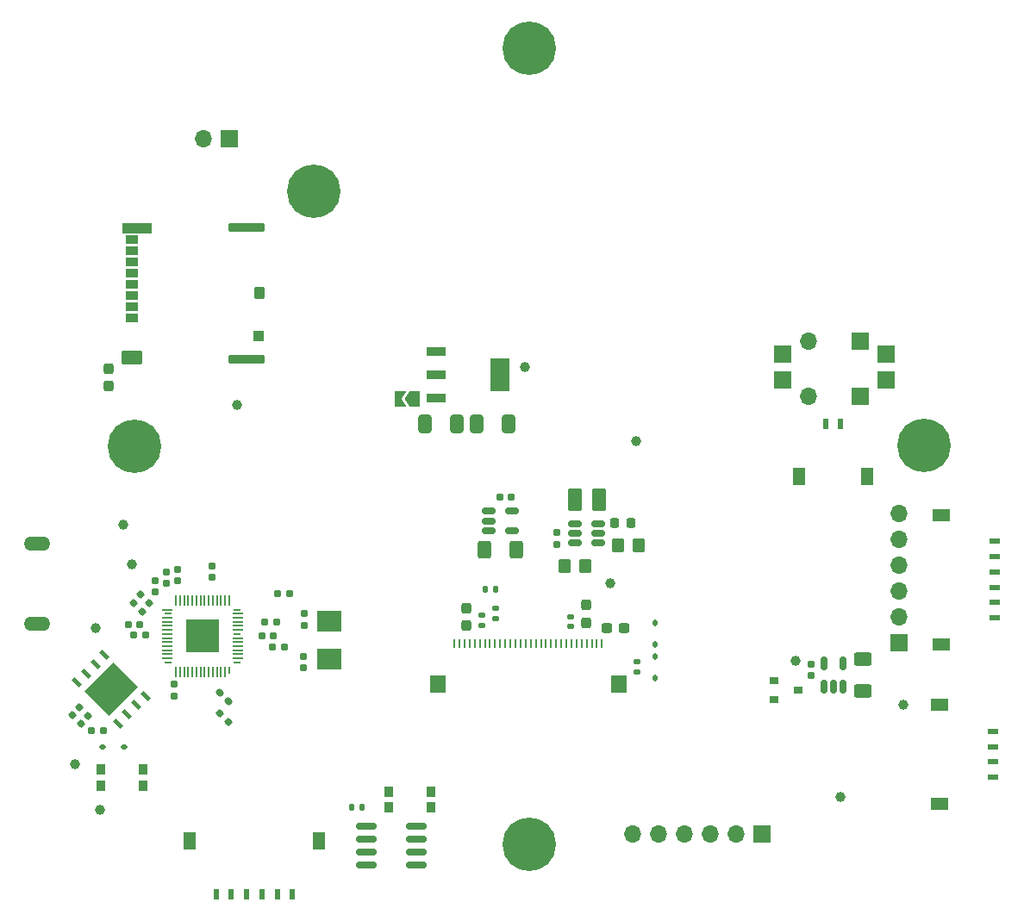
<source format=gbr>
%TF.GenerationSoftware,KiCad,Pcbnew,8.0.4*%
%TF.CreationDate,2024-11-21T13:14:58-05:00*%
%TF.ProjectId,payload_board,7061796c-6f61-4645-9f62-6f6172642e6b,0.7.4*%
%TF.SameCoordinates,Original*%
%TF.FileFunction,Soldermask,Top*%
%TF.FilePolarity,Negative*%
%FSLAX46Y46*%
G04 Gerber Fmt 4.6, Leading zero omitted, Abs format (unit mm)*
G04 Created by KiCad (PCBNEW 8.0.4) date 2024-11-21 13:14:58*
%MOMM*%
%LPD*%
G01*
G04 APERTURE LIST*
G04 Aperture macros list*
%AMRoundRect*
0 Rectangle with rounded corners*
0 $1 Rounding radius*
0 $2 $3 $4 $5 $6 $7 $8 $9 X,Y pos of 4 corners*
0 Add a 4 corners polygon primitive as box body*
4,1,4,$2,$3,$4,$5,$6,$7,$8,$9,$2,$3,0*
0 Add four circle primitives for the rounded corners*
1,1,$1+$1,$2,$3*
1,1,$1+$1,$4,$5*
1,1,$1+$1,$6,$7*
1,1,$1+$1,$8,$9*
0 Add four rect primitives between the rounded corners*
20,1,$1+$1,$2,$3,$4,$5,0*
20,1,$1+$1,$4,$5,$6,$7,0*
20,1,$1+$1,$6,$7,$8,$9,0*
20,1,$1+$1,$8,$9,$2,$3,0*%
%AMRotRect*
0 Rectangle, with rotation*
0 The origin of the aperture is its center*
0 $1 length*
0 $2 width*
0 $3 Rotation angle, in degrees counterclockwise*
0 Add horizontal line*
21,1,$1,$2,0,0,$3*%
%AMFreePoly0*
4,1,6,1.000000,0.000000,0.500000,-0.750000,-0.500000,-0.750000,-0.500000,0.750000,0.500000,0.750000,1.000000,0.000000,1.000000,0.000000,$1*%
%AMFreePoly1*
4,1,6,0.500000,-0.750000,-0.650000,-0.750000,-0.150000,0.000000,-0.650000,0.750000,0.500000,0.750000,0.500000,-0.750000,0.500000,-0.750000,$1*%
G04 Aperture macros list end*
%ADD10RoundRect,0.135000X0.185000X-0.135000X0.185000X0.135000X-0.185000X0.135000X-0.185000X-0.135000X0*%
%ADD11C,1.000000*%
%ADD12RoundRect,0.155000X0.212500X0.155000X-0.212500X0.155000X-0.212500X-0.155000X0.212500X-0.155000X0*%
%ADD13RoundRect,0.112500X-0.112500X0.187500X-0.112500X-0.187500X0.112500X-0.187500X0.112500X0.187500X0*%
%ADD14RoundRect,0.155000X-0.212500X-0.155000X0.212500X-0.155000X0.212500X0.155000X-0.212500X0.155000X0*%
%ADD15R,0.600000X1.000000*%
%ADD16R,1.250000X1.800000*%
%ADD17RoundRect,0.250000X0.400000X0.625000X-0.400000X0.625000X-0.400000X-0.625000X0.400000X-0.625000X0*%
%ADD18RoundRect,0.155000X-0.155000X0.212500X-0.155000X-0.212500X0.155000X-0.212500X0.155000X0.212500X0*%
%ADD19RoundRect,0.160000X-0.197500X-0.160000X0.197500X-0.160000X0.197500X0.160000X-0.197500X0.160000X0*%
%ADD20RoundRect,0.225000X0.225000X0.250000X-0.225000X0.250000X-0.225000X-0.250000X0.225000X-0.250000X0*%
%ADD21RoundRect,0.150000X0.150000X-0.512500X0.150000X0.512500X-0.150000X0.512500X-0.150000X-0.512500X0*%
%ADD22C,5.250000*%
%ADD23RoundRect,0.237500X0.237500X-0.300000X0.237500X0.300000X-0.237500X0.300000X-0.237500X-0.300000X0*%
%ADD24RoundRect,0.160000X0.252791X-0.026517X-0.026517X0.252791X-0.252791X0.026517X0.026517X-0.252791X0*%
%ADD25RoundRect,0.155000X0.155000X-0.212500X0.155000X0.212500X-0.155000X0.212500X-0.155000X-0.212500X0*%
%ADD26R,1.700000X1.700000*%
%ADD27O,1.700000X1.700000*%
%ADD28R,1.000000X0.600000*%
%ADD29R,1.800000X1.250000*%
%ADD30RoundRect,0.250000X0.350000X0.450000X-0.350000X0.450000X-0.350000X-0.450000X0.350000X-0.450000X0*%
%ADD31RoundRect,0.160000X-0.252791X0.026517X0.026517X-0.252791X0.252791X-0.026517X-0.026517X0.252791X0*%
%ADD32RoundRect,0.237500X0.300000X0.237500X-0.300000X0.237500X-0.300000X-0.237500X0.300000X-0.237500X0*%
%ADD33RoundRect,0.250000X0.625000X-0.400000X0.625000X0.400000X-0.625000X0.400000X-0.625000X-0.400000X0*%
%ADD34R,0.177800X1.002800*%
%ADD35R,0.188898X1.002800*%
%ADD36R,0.177800X0.752800*%
%ADD37R,0.752800X0.177800*%
%ADD38R,1.002800X0.177800*%
%ADD39R,1.002800X0.188900*%
%ADD40R,0.752800X0.188900*%
%ADD41R,0.188900X1.002800*%
%ADD42R,0.752800X0.177796*%
%ADD43R,3.200400X3.200400*%
%ADD44FreePoly0,180.000000*%
%ADD45FreePoly1,180.000000*%
%ADD46RoundRect,0.140000X-0.170000X0.140000X-0.170000X-0.140000X0.170000X-0.140000X0.170000X0.140000X0*%
%ADD47RoundRect,0.160000X0.160000X-0.197500X0.160000X0.197500X-0.160000X0.197500X-0.160000X-0.197500X0*%
%ADD48R,0.900000X0.800000*%
%ADD49RoundRect,0.112500X0.362392X-0.203293X-0.203293X0.362392X-0.362392X0.203293X0.203293X-0.362392X0*%
%ADD50RotRect,3.400000X4.000000X135.000000*%
%ADD51RoundRect,0.250000X0.412500X0.650000X-0.412500X0.650000X-0.412500X-0.650000X0.412500X-0.650000X0*%
%ADD52RoundRect,0.076200X0.550000X-0.350000X0.550000X0.350000X-0.550000X0.350000X-0.550000X-0.350000X0*%
%ADD53RoundRect,0.076200X0.465000X-0.450000X0.465000X0.450000X-0.465000X0.450000X-0.465000X-0.450000X0*%
%ADD54RoundRect,0.076200X0.390000X-0.525000X0.390000X0.525000X-0.390000X0.525000X-0.390000X-0.525000X0*%
%ADD55RoundRect,0.076200X0.915000X-0.570000X0.915000X0.570000X-0.915000X0.570000X-0.915000X-0.570000X0*%
%ADD56RoundRect,0.076200X1.400000X-0.430000X1.400000X0.430000X-1.400000X0.430000X-1.400000X-0.430000X0*%
%ADD57RoundRect,0.076200X1.665000X-0.350000X1.665000X0.350000X-1.665000X0.350000X-1.665000X-0.350000X0*%
%ADD58R,1.524000X1.701800*%
%ADD59R,0.254000X0.812800*%
%ADD60RoundRect,0.250001X0.462499X0.849999X-0.462499X0.849999X-0.462499X-0.849999X0.462499X-0.849999X0*%
%ADD61RoundRect,0.112500X0.187500X0.112500X-0.187500X0.112500X-0.187500X-0.112500X0.187500X-0.112500X0*%
%ADD62RoundRect,0.150000X-0.512500X-0.150000X0.512500X-0.150000X0.512500X0.150000X-0.512500X0.150000X0*%
%ADD63RoundRect,0.237500X-0.237500X0.300000X-0.237500X-0.300000X0.237500X-0.300000X0.237500X0.300000X0*%
%ADD64RoundRect,0.135000X-0.185000X0.135000X-0.185000X-0.135000X0.185000X-0.135000X0.185000X0.135000X0*%
%ADD65RoundRect,0.160000X0.197500X0.160000X-0.197500X0.160000X-0.197500X-0.160000X0.197500X-0.160000X0*%
%ADD66R,2.400000X2.000000*%
%ADD67R,1.850000X0.900000*%
%ADD68R,1.850000X3.200000*%
%ADD69RoundRect,0.150000X0.825000X0.150000X-0.825000X0.150000X-0.825000X-0.150000X0.825000X-0.150000X0*%
%ADD70R,0.900000X1.000000*%
%ADD71RoundRect,0.135000X-0.135000X-0.185000X0.135000X-0.185000X0.135000X0.185000X-0.135000X0.185000X0*%
%ADD72RoundRect,0.155000X-0.259862X0.040659X0.040659X-0.259862X0.259862X-0.040659X-0.040659X0.259862X0*%
%ADD73RoundRect,0.250000X-0.412500X-0.650000X0.412500X-0.650000X0.412500X0.650000X-0.412500X0.650000X0*%
%ADD74O,2.568400X1.360400*%
G04 APERTURE END LIST*
D10*
%TO.C,R19*%
X73550000Y-85172500D03*
X73550000Y-84152500D03*
%TD*%
D11*
%TO.C,TF3V3*%
X20380000Y-80870000D03*
%TD*%
D12*
%TO.C,C8*%
X24777500Y-80540000D03*
X23642500Y-80540000D03*
%TD*%
D13*
%TO.C,D7*%
X75400000Y-83650000D03*
X75400000Y-85750000D03*
%TD*%
D14*
%TO.C,C10*%
X36762500Y-81640000D03*
X37897500Y-81640000D03*
%TD*%
D15*
%TO.C,J8*%
X92105000Y-60810000D03*
X93605000Y-60810000D03*
D16*
X89500000Y-66000000D03*
X96210000Y-66000000D03*
%TD*%
D17*
%TO.C,R13*%
X61724400Y-73169796D03*
X58624400Y-73169796D03*
%TD*%
D18*
%TO.C,C2*%
X40870000Y-79462500D03*
X40870000Y-80597500D03*
%TD*%
D19*
%TO.C,R7*%
X20027500Y-90975000D03*
X21222500Y-90975000D03*
%TD*%
D20*
%TO.C,C19*%
X72975000Y-70580000D03*
X71425000Y-70580000D03*
%TD*%
D21*
%TO.C,U4*%
X91920000Y-86630000D03*
X92870000Y-86630000D03*
X93820000Y-86630000D03*
X93820000Y-84355000D03*
X91920000Y-84355000D03*
%TD*%
D22*
%TO.C,*%
X101782992Y-62956243D03*
%TD*%
D23*
%TO.C,C18*%
X21720000Y-57102500D03*
X21720000Y-55377500D03*
%TD*%
D24*
%TO.C,R5*%
X25667496Y-78397496D03*
X24822504Y-77552504D03*
%TD*%
D25*
%TO.C,C7*%
X31850000Y-75907500D03*
X31850000Y-74772500D03*
%TD*%
D26*
%TO.C,J2*%
X99340000Y-82270000D03*
D27*
X99340000Y-79730000D03*
X99340000Y-77190000D03*
X99340000Y-74650000D03*
X99340000Y-72110000D03*
X99340000Y-69570000D03*
%TD*%
D11*
%TO.C,T3V3*%
X34300000Y-58900000D03*
%TD*%
D28*
%TO.C,J1*%
X108690000Y-72354999D03*
X108690000Y-73854999D03*
X108690000Y-75354998D03*
X108690000Y-76855000D03*
X108690000Y-78355000D03*
X108690000Y-79854999D03*
D29*
X103500000Y-69750000D03*
X103500000Y-82459998D03*
%TD*%
D30*
%TO.C,R20*%
X68500000Y-74750000D03*
X66500000Y-74750000D03*
%TD*%
D31*
%TO.C,R3*%
X18850632Y-88670632D03*
X19695624Y-89515624D03*
%TD*%
D26*
%TO.C,J15*%
X85852000Y-101092000D03*
D27*
X83312000Y-101092000D03*
X80772000Y-101092000D03*
X78232000Y-101092000D03*
X75692000Y-101092000D03*
X73152000Y-101092000D03*
%TD*%
D32*
%TO.C,C20*%
X72342500Y-80840000D03*
X70617500Y-80840000D03*
%TD*%
D12*
%TO.C,C4*%
X38159500Y-80264000D03*
X37024500Y-80264000D03*
%TD*%
D33*
%TO.C,R14*%
X95740200Y-87042500D03*
X95740200Y-83942500D03*
%TD*%
D11*
%TO.C,TCAM3V3*%
X89140000Y-84060000D03*
%TD*%
D34*
%TO.C,IC1*%
X28316400Y-85148600D03*
X28716399Y-85148600D03*
X29116401Y-85148600D03*
X29516400Y-85148600D03*
X29916399Y-85148600D03*
D35*
X30321951Y-85148600D03*
D34*
X30716400Y-85148600D03*
X31116400Y-85148600D03*
X31516399Y-85148600D03*
X31916401Y-85148600D03*
X32316400Y-85148600D03*
X32716399Y-85148600D03*
X33116401Y-85148600D03*
D36*
X33516400Y-85023600D03*
D37*
X34290000Y-84250000D03*
D38*
X34415000Y-83850001D03*
X34415000Y-83449999D03*
D39*
X34415000Y-83055550D03*
D38*
X34415000Y-82650001D03*
X34415000Y-82249999D03*
X34415000Y-81850000D03*
D37*
X34290000Y-81450000D03*
D38*
X34415000Y-81050001D03*
X34415000Y-80649999D03*
X34415000Y-80250000D03*
X34415000Y-79850001D03*
X34415000Y-79449999D03*
D40*
X34290000Y-79055550D03*
D34*
X33516400Y-78151400D03*
X33116401Y-78151400D03*
X32716399Y-78151400D03*
D41*
X32321950Y-78151400D03*
D34*
X31916401Y-78151400D03*
X31516399Y-78151400D03*
X31116400Y-78151400D03*
X30716400Y-78151400D03*
X30316401Y-78151400D03*
X29916399Y-78151400D03*
X29516400Y-78151400D03*
X29116401Y-78151400D03*
X28716399Y-78151400D03*
D41*
X28321950Y-78151400D03*
D38*
X27417800Y-79050000D03*
D37*
X27542800Y-79449999D03*
D38*
X27417800Y-79850001D03*
X27417800Y-80250000D03*
X27417800Y-80649999D03*
X27417800Y-81050001D03*
X27417800Y-81450000D03*
X27417800Y-81850000D03*
X27417800Y-82249999D03*
X27417800Y-82650001D03*
X27417800Y-83050000D03*
X27417800Y-83449999D03*
X27417800Y-83850001D03*
D42*
X27542800Y-84249998D03*
D43*
X30916400Y-81650000D03*
%TD*%
D44*
%TO.C,J4*%
X51722500Y-58340000D03*
D45*
X50272500Y-58340000D03*
%TD*%
D46*
%TO.C,C23*%
X67110000Y-79740000D03*
X67110000Y-80700000D03*
%TD*%
D26*
%TO.C,J12*%
X33500000Y-32750000D03*
D27*
X30960000Y-32750000D03*
%TD*%
D12*
%TO.C,C16*%
X61250000Y-68000000D03*
X60115000Y-68000000D03*
%TD*%
D11*
%TO.C,T1V2*%
X23940000Y-74630000D03*
%TD*%
%TO.C,TGND3*%
X93580000Y-97440000D03*
%TD*%
%TO.C,TUCS1*%
X20880000Y-98770000D03*
%TD*%
D47*
%TO.C,R21*%
X65750000Y-72695000D03*
X65750000Y-71500000D03*
%TD*%
D48*
%TO.C,Q1*%
X87050000Y-86020000D03*
X87050000Y-87920000D03*
X89450000Y-86970000D03*
%TD*%
D49*
%TO.C,U1*%
X22601229Y-90234520D03*
X23499255Y-89336494D03*
X24397280Y-88438469D03*
X25295306Y-87540443D03*
X21282475Y-83527612D03*
X20384449Y-84425638D03*
X19486424Y-85323663D03*
X18588398Y-86221689D03*
D50*
X21941852Y-86881066D03*
%TD*%
D51*
%TO.C,C13*%
X60970000Y-60830000D03*
X57845000Y-60830000D03*
%TD*%
D52*
%TO.C,J10*%
X23985000Y-50370000D03*
X23985000Y-49270000D03*
X23985000Y-48170000D03*
X23985000Y-47070000D03*
X23985000Y-45970000D03*
X23985000Y-44870000D03*
X23985000Y-43770000D03*
X23985000Y-42670000D03*
D53*
X36450000Y-52160000D03*
D54*
X36525000Y-47895000D03*
D55*
X24000000Y-54250000D03*
D56*
X24485000Y-41590000D03*
D57*
X35250000Y-54470000D03*
X35250000Y-41510000D03*
%TD*%
D58*
%TO.C,U6*%
X71802700Y-86413200D03*
X53997300Y-86413200D03*
D59*
X55649999Y-82400000D03*
X56149998Y-82400000D03*
X56650000Y-82400000D03*
X57149999Y-82400000D03*
X57650000Y-82400000D03*
X58149999Y-82400000D03*
X58649998Y-82400000D03*
X59150000Y-82400000D03*
X59649999Y-82400000D03*
X60150000Y-82400000D03*
X60649999Y-82400000D03*
X61149998Y-82400000D03*
X61650000Y-82400000D03*
X62149999Y-82400000D03*
X62649998Y-82400000D03*
X63150000Y-82400000D03*
X63649998Y-82400000D03*
X64150000Y-82400000D03*
X64649999Y-82400000D03*
X65149998Y-82400000D03*
X65650000Y-82400000D03*
X66149999Y-82400000D03*
X66650000Y-82400000D03*
X67149999Y-82400000D03*
X67649998Y-82400000D03*
X68150000Y-82400000D03*
X68649999Y-82400000D03*
X69150000Y-82400000D03*
X69649999Y-82400000D03*
X70149998Y-82400000D03*
%TD*%
D60*
%TO.C,L1*%
X69825000Y-68250000D03*
X67500000Y-68250000D03*
%TD*%
D61*
%TO.C,D1*%
X23210000Y-92560000D03*
X21110000Y-92560000D03*
%TD*%
D62*
%TO.C,U7*%
X67475000Y-70600000D03*
X67475000Y-71550000D03*
X67475000Y-72500000D03*
X69750000Y-72500000D03*
X69750000Y-71550000D03*
X69750000Y-70600000D03*
%TD*%
%TO.C,U3*%
X59006000Y-69390196D03*
X59006000Y-70340196D03*
X59006000Y-71290196D03*
X61281000Y-71290196D03*
X61281000Y-69390196D03*
%TD*%
D11*
%TO.C,TDGND1*%
X73500000Y-62500000D03*
%TD*%
D14*
%TO.C,C5*%
X24182500Y-81580000D03*
X25317500Y-81580000D03*
%TD*%
D30*
%TO.C,C26*%
X73750000Y-72750000D03*
X71750000Y-72750000D03*
%TD*%
D31*
%TO.C,R6*%
X24122504Y-78402504D03*
X24967496Y-79247496D03*
%TD*%
D63*
%TO.C,C21*%
X68600000Y-78607500D03*
X68600000Y-80332500D03*
%TD*%
D28*
%TO.C,J3*%
X108520000Y-91024999D03*
X108520000Y-92524999D03*
X108520000Y-94024998D03*
X108520000Y-95525000D03*
D29*
X103330000Y-88420000D03*
X103330000Y-98129999D03*
%TD*%
D18*
%TO.C,C14*%
X26300000Y-76212500D03*
X26300000Y-77347500D03*
%TD*%
D11*
%TO.C,T13V*%
X71000000Y-76500000D03*
%TD*%
D64*
%TO.C,R15*%
X59730000Y-78927500D03*
X59730000Y-79947500D03*
%TD*%
D65*
%TO.C,R2*%
X38967500Y-82730000D03*
X37772500Y-82730000D03*
%TD*%
D25*
%TO.C,C1*%
X40860000Y-84767500D03*
X40860000Y-83632500D03*
%TD*%
D66*
%TO.C,Y1*%
X43400000Y-80190000D03*
X43400000Y-83890000D03*
%TD*%
D25*
%TO.C,C15*%
X28500000Y-76227500D03*
X28500000Y-75092500D03*
%TD*%
D67*
%TO.C,IC2*%
X53900000Y-53700000D03*
X53900000Y-56000000D03*
X53900000Y-58300000D03*
D68*
X60100000Y-56000000D03*
%TD*%
D65*
%TO.C,R1*%
X39445000Y-77500000D03*
X38250000Y-77500000D03*
%TD*%
D22*
%TO.C,*%
X24195000Y-63000000D03*
%TD*%
D63*
%TO.C,C24*%
X56790000Y-78887500D03*
X56790000Y-80612500D03*
%TD*%
D11*
%TO.C,TGND1*%
X23130000Y-70690000D03*
%TD*%
D69*
%TO.C,U2*%
X51945000Y-104170000D03*
X51945000Y-102900000D03*
X51945000Y-101630000D03*
X51945000Y-100360000D03*
X46995000Y-100360000D03*
X46995000Y-101630000D03*
X46995000Y-102900000D03*
X46995000Y-104170000D03*
%TD*%
D70*
%TO.C,SW2*%
X49230000Y-96920000D03*
X53330000Y-96920000D03*
X49230000Y-98520000D03*
X53330000Y-98520000D03*
%TD*%
D71*
%TO.C,R9*%
X45580000Y-98460000D03*
X46600000Y-98460000D03*
%TD*%
D72*
%TO.C,C11*%
X32618717Y-87228717D03*
X33421283Y-88031283D03*
%TD*%
D11*
%TO.C,TCGND1*%
X99730000Y-88420000D03*
%TD*%
D25*
%TO.C,C17*%
X90686000Y-85550000D03*
X90686000Y-84415000D03*
%TD*%
D18*
%TO.C,C6*%
X27340000Y-75362500D03*
X27340000Y-76497500D03*
%TD*%
D22*
%TO.C,J2*%
X62988996Y-102081941D03*
%TD*%
D15*
%TO.C,J6*%
X39750000Y-107000000D03*
X38250000Y-107000000D03*
X36750001Y-107000000D03*
X35249999Y-107000000D03*
X33749999Y-107000000D03*
X32250000Y-107000000D03*
D16*
X42354999Y-101810000D03*
X29645001Y-101810000D03*
%TD*%
D18*
%TO.C,C9*%
X28125000Y-86382500D03*
X28125000Y-87517500D03*
%TD*%
D46*
%TO.C,C22*%
X58330000Y-79640000D03*
X58330000Y-80600000D03*
%TD*%
D11*
%TO.C,TFGND1*%
X18370000Y-94240000D03*
%TD*%
D71*
%TO.C,R16*%
X58700000Y-77080000D03*
X59720000Y-77080000D03*
%TD*%
D13*
%TO.C,D5*%
X75400000Y-80350000D03*
X75400000Y-82450000D03*
%TD*%
D11*
%TO.C,TREG3V3*%
X62597500Y-55182500D03*
%TD*%
D24*
%TO.C,R4*%
X18950000Y-90240000D03*
X18105008Y-89395008D03*
%TD*%
D70*
%TO.C,SW1*%
X20940000Y-94750000D03*
X25040000Y-94750000D03*
X20940000Y-96350000D03*
X25040000Y-96350000D03*
%TD*%
D24*
%TO.C,R8*%
X33442496Y-90084496D03*
X32597504Y-89239504D03*
%TD*%
D73*
%TO.C,C12*%
X52755000Y-60810000D03*
X55880000Y-60810000D03*
%TD*%
D26*
%TO.C,J_Burn*%
X95495000Y-58080000D03*
X98035000Y-56520000D03*
X98035000Y-53980000D03*
X95495000Y-52710000D03*
D27*
X90415000Y-58080000D03*
D26*
X87875000Y-56520000D03*
X87875000Y-53980000D03*
D27*
X90415000Y-52710000D03*
%TD*%
D22*
%TO.C,*%
X41822243Y-37976859D03*
%TD*%
D74*
%TO.C,J7*%
X14700000Y-80467500D03*
X14700000Y-72567500D03*
%TD*%
D22*
%TO.C,J5*%
X62988996Y-23896243D03*
%TD*%
M02*

</source>
